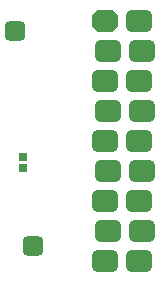
<source format=gbr>
%TF.GenerationSoftware,Altium Limited,Altium Designer,24.8.2 (39)*%
G04 Layer_Color=16711935*
%FSLAX45Y45*%
%MOMM*%
%TF.SameCoordinates,FBB41CCB-3D8C-4B0B-A071-B3836E82DD1E*%
%TF.FilePolarity,Negative*%
%TF.FileFunction,Soldermask,Bot*%
%TF.Part,Single*%
G01*
G75*
%TA.AperFunction,SMDPad,CuDef*%
G04:AMPARAMS|DCode=21|XSize=0.75mm|YSize=0.75mm|CornerRadius=0.225mm|HoleSize=0mm|Usage=FLASHONLY|Rotation=180.000|XOffset=0mm|YOffset=0mm|HoleType=Round|Shape=RoundedRectangle|*
%AMROUNDEDRECTD21*
21,1,0.75000,0.30000,0,0,180.0*
21,1,0.30000,0.75000,0,0,180.0*
1,1,0.45000,-0.15000,0.15000*
1,1,0.45000,0.15000,0.15000*
1,1,0.45000,0.15000,-0.15000*
1,1,0.45000,-0.15000,-0.15000*
%
%ADD21ROUNDEDRECTD21*%
%TA.AperFunction,ComponentPad*%
G04:AMPARAMS|DCode=22|XSize=1.85mm|YSize=2.25mm|CornerRadius=0mm|HoleSize=0mm|Usage=FLASHONLY|Rotation=270.000|XOffset=0mm|YOffset=0mm|HoleType=Round|Shape=Octagon|*
%AMOCTAGOND22*
4,1,8,1.12500,0.46250,1.12500,-0.46250,0.66250,-0.92500,-0.66250,-0.92500,-1.12500,-0.46250,-1.12500,0.46250,-0.66250,0.92500,0.66250,0.92500,1.12500,0.46250,0.0*
%
%ADD22OCTAGOND22*%

G04:AMPARAMS|DCode=23|XSize=1.85mm|YSize=2.25mm|CornerRadius=0.5mm|HoleSize=0mm|Usage=FLASHONLY|Rotation=270.000|XOffset=0mm|YOffset=0mm|HoleType=Round|Shape=RoundedRectangle|*
%AMROUNDEDRECTD23*
21,1,1.85000,1.25001,0,0,270.0*
21,1,0.85000,2.25000,0,0,270.0*
1,1,1.00000,-0.62500,-0.42500*
1,1,1.00000,-0.62500,0.42500*
1,1,1.00000,0.62500,0.42500*
1,1,1.00000,0.62500,-0.42500*
%
%ADD23ROUNDEDRECTD23*%
G04:AMPARAMS|DCode=24|XSize=1.7mm|YSize=1.75mm|CornerRadius=0.4625mm|HoleSize=0mm|Usage=FLASHONLY|Rotation=270.000|XOffset=0mm|YOffset=0mm|HoleType=Round|Shape=RoundedRectangle|*
%AMROUNDEDRECTD24*
21,1,1.70000,0.82500,0,0,270.0*
21,1,0.77500,1.75000,0,0,270.0*
1,1,0.92500,-0.41250,-0.38750*
1,1,0.92500,-0.41250,0.38750*
1,1,0.92500,0.41250,0.38750*
1,1,0.92500,0.41250,-0.38750*
%
%ADD24ROUNDEDRECTD24*%
D21*
X360000Y1080000D02*
D03*
Y1180000D02*
D03*
D22*
X1050000Y2328001D02*
D03*
D23*
X1076000Y2074001D02*
D03*
X1050000Y1820001D02*
D03*
X1076000Y1566001D02*
D03*
X1050000Y1312001D02*
D03*
X1076000Y1058001D02*
D03*
X1050000Y804001D02*
D03*
X1344000Y2328001D02*
D03*
X1370000Y2074001D02*
D03*
X1344000Y1820001D02*
D03*
X1370000Y1566001D02*
D03*
X1344000Y1312001D02*
D03*
X1370000Y1058001D02*
D03*
X1344000Y804001D02*
D03*
X1076000Y550001D02*
D03*
X1050000Y296001D02*
D03*
X1370000Y550001D02*
D03*
X1344000Y296001D02*
D03*
D24*
X443001Y419999D02*
D03*
X292999Y2240001D02*
D03*
%TF.MD5,00a9768e1945a84c4eac1f5c1d7b33a4*%
M02*

</source>
